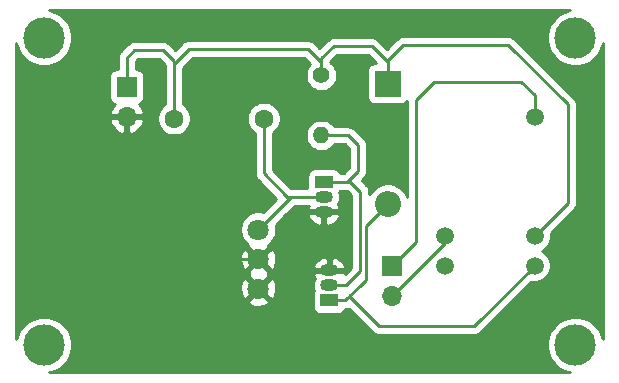
<source format=gbr>
%TF.GenerationSoftware,KiCad,Pcbnew,(5.1.12)-1*%
%TF.CreationDate,2023-08-22T11:28:01+05:30*%
%TF.ProjectId,auto street,6175746f-2073-4747-9265-65742e6b6963,rev?*%
%TF.SameCoordinates,Original*%
%TF.FileFunction,Copper,L2,Bot*%
%TF.FilePolarity,Positive*%
%FSLAX46Y46*%
G04 Gerber Fmt 4.6, Leading zero omitted, Abs format (unit mm)*
G04 Created by KiCad (PCBNEW (5.1.12)-1) date 2023-08-22 11:28:01*
%MOMM*%
%LPD*%
G01*
G04 APERTURE LIST*
%TA.AperFunction,ComponentPad*%
%ADD10C,1.800000*%
%TD*%
%TA.AperFunction,ComponentPad*%
%ADD11O,1.400000X1.400000*%
%TD*%
%TA.AperFunction,ComponentPad*%
%ADD12C,1.400000*%
%TD*%
%TA.AperFunction,ComponentPad*%
%ADD13C,1.600000*%
%TD*%
%TA.AperFunction,ComponentPad*%
%ADD14R,1.500000X1.050000*%
%TD*%
%TA.AperFunction,ComponentPad*%
%ADD15O,1.500000X1.050000*%
%TD*%
%TA.AperFunction,ComponentPad*%
%ADD16C,1.508000*%
%TD*%
%TA.AperFunction,ComponentPad*%
%ADD17O,1.700000X1.700000*%
%TD*%
%TA.AperFunction,ComponentPad*%
%ADD18R,1.700000X1.700000*%
%TD*%
%TA.AperFunction,ComponentPad*%
%ADD19O,2.200000X2.200000*%
%TD*%
%TA.AperFunction,ComponentPad*%
%ADD20R,2.200000X2.200000*%
%TD*%
%TA.AperFunction,ViaPad*%
%ADD21C,3.500000*%
%TD*%
%TA.AperFunction,Conductor*%
%ADD22C,0.250000*%
%TD*%
%TA.AperFunction,Conductor*%
%ADD23C,0.254000*%
%TD*%
%TA.AperFunction,Conductor*%
%ADD24C,0.100000*%
%TD*%
G04 APERTURE END LIST*
D10*
%TO.P,RV1,1*%
%TO.N,Net-(Q1-Pad2)*%
X213150000Y-124250000D03*
%TO.P,RV1,2*%
%TO.N,GND*%
X213150000Y-126750000D03*
%TO.P,RV1,3*%
X213150000Y-129250000D03*
%TD*%
D11*
%TO.P,R2,2*%
%TO.N,Net-(Q1-Pad1)*%
X218500000Y-116280000D03*
D12*
%TO.P,R2,1*%
%TO.N,VCC*%
X218500000Y-111200000D03*
%TD*%
D13*
%TO.P,R1,2*%
%TO.N,Net-(Q1-Pad2)*%
X213600000Y-114850000D03*
%TO.P,R1,1*%
%TO.N,VCC*%
X206000000Y-114850000D03*
%TD*%
D14*
%TO.P,Q2,1*%
%TO.N,Net-(D1-Pad2)*%
X219150000Y-130250000D03*
D15*
%TO.P,Q2,3*%
%TO.N,GND*%
X219150000Y-127710000D03*
%TO.P,Q2,2*%
%TO.N,Net-(Q1-Pad1)*%
X219150000Y-128980000D03*
%TD*%
D14*
%TO.P,Q1,1*%
%TO.N,Net-(Q1-Pad1)*%
X218700000Y-120200000D03*
D15*
%TO.P,Q1,3*%
%TO.N,GND*%
X218700000Y-122740000D03*
%TO.P,Q1,2*%
%TO.N,Net-(Q1-Pad2)*%
X218700000Y-121470000D03*
%TD*%
D16*
%TO.P,K1,12*%
%TO.N,Net-(K1-Pad12)*%
X228950000Y-127300000D03*
%TO.P,K1,14*%
%TO.N,Net-(J1-Pad2)*%
X228950000Y-124800000D03*
%TO.P,K1,A1*%
%TO.N,Net-(D1-Pad2)*%
X236550000Y-127300000D03*
%TO.P,K1,A2*%
%TO.N,VCC*%
X236550000Y-124800000D03*
%TO.P,K1,11*%
%TO.N,Net-(J1-Pad1)*%
X236550000Y-114700000D03*
%TD*%
D17*
%TO.P,J1,2*%
%TO.N,Net-(J1-Pad2)*%
X224500000Y-129840000D03*
D18*
%TO.P,J1,1*%
%TO.N,Net-(J1-Pad1)*%
X224500000Y-127300000D03*
%TD*%
D19*
%TO.P,D1,2*%
%TO.N,Net-(D1-Pad2)*%
X224100000Y-122060000D03*
D20*
%TO.P,D1,1*%
%TO.N,VCC*%
X224100000Y-111900000D03*
%TD*%
D17*
%TO.P,BT1,2*%
%TO.N,GND*%
X202000000Y-114690000D03*
D18*
%TO.P,BT1,1*%
%TO.N,VCC*%
X202000000Y-112150000D03*
%TD*%
D21*
%TO.N,*%
X240000000Y-108000000D03*
X240000000Y-134000000D03*
X195000000Y-134000000D03*
X195000000Y-108000000D03*
%TD*%
D22*
%TO.N,VCC*%
X218500000Y-111200000D02*
X218500000Y-109750000D01*
X218500000Y-109750000D02*
X219525000Y-108725000D01*
X219525000Y-108725000D02*
X222750000Y-108725000D01*
X224100000Y-110075000D02*
X224100000Y-111900000D01*
X222750000Y-108725000D02*
X224100000Y-110075000D01*
X218500000Y-111200000D02*
X218500000Y-110100000D01*
X218500000Y-110100000D02*
X217350000Y-108950000D01*
X207275000Y-108950000D02*
X206000000Y-110225000D01*
X217350000Y-108950000D02*
X207275000Y-108950000D01*
X206000000Y-110225000D02*
X206000000Y-114850000D01*
X239350000Y-122000000D02*
X236550000Y-124800000D01*
X239350000Y-113650000D02*
X239350000Y-122000000D01*
X225400000Y-108625000D02*
X234325000Y-108625000D01*
X234325000Y-108625000D02*
X239350000Y-113650000D01*
X224100000Y-109925000D02*
X225400000Y-108625000D01*
X224100000Y-111900000D02*
X224100000Y-109925000D01*
X206000000Y-109975000D02*
X206000000Y-110225000D01*
X205100000Y-109075000D02*
X206000000Y-109975000D01*
X202000000Y-109700000D02*
X202625000Y-109075000D01*
X202000000Y-111650000D02*
X202000000Y-109700000D01*
X202625000Y-109075000D02*
X205100000Y-109075000D01*
X201500000Y-112150000D02*
X202000000Y-111650000D01*
%TO.N,Net-(D1-Pad2)*%
X220500000Y-130250000D02*
X219150000Y-130250000D01*
X221925000Y-128825000D02*
X220500000Y-130250000D01*
X224100000Y-122060000D02*
X222250011Y-123909989D01*
X222250011Y-123909989D02*
X222250011Y-128499989D01*
X222250011Y-128499989D02*
X221925000Y-128825000D01*
X231425000Y-132425000D02*
X236550000Y-127300000D01*
X223355000Y-132425000D02*
X231425000Y-132425000D01*
X220840000Y-129910000D02*
X223355000Y-132425000D01*
X221925000Y-128825000D02*
X220840000Y-129910000D01*
%TO.N,Net-(J1-Pad2)*%
X228950000Y-125390000D02*
X228950000Y-124800000D01*
X224500000Y-129840000D02*
X228950000Y-125390000D01*
%TO.N,Net-(J1-Pad1)*%
X226500000Y-125300000D02*
X224500000Y-127300000D01*
X228030000Y-111760000D02*
X226500000Y-113290000D01*
X235435000Y-111760000D02*
X228030000Y-111760000D01*
X236550000Y-112875000D02*
X235435000Y-111760000D01*
X226500000Y-113290000D02*
X226500000Y-125300000D01*
X236550000Y-114700000D02*
X236550000Y-112875000D01*
%TO.N,Net-(Q1-Pad1)*%
X219600000Y-120200000D02*
X218700000Y-120200000D01*
X219925000Y-120200000D02*
X219600000Y-120200000D01*
X220700000Y-120200000D02*
X219600000Y-120200000D01*
X220949980Y-120200000D02*
X220700000Y-120200000D01*
X221800000Y-121050020D02*
X220949980Y-120200000D01*
X221800000Y-127800000D02*
X221800000Y-121050020D01*
X220620000Y-128980000D02*
X221800000Y-127800000D01*
X219150000Y-128980000D02*
X220620000Y-128980000D01*
X221600000Y-119300000D02*
X220700000Y-120200000D01*
X221600000Y-117100000D02*
X221600000Y-119300000D01*
X220780000Y-116280000D02*
X221600000Y-117100000D01*
X218500000Y-116280000D02*
X220780000Y-116280000D01*
%TO.N,GND*%
X211475000Y-126750000D02*
X213150000Y-126750000D01*
X208975000Y-121025000D02*
X210800000Y-122850000D01*
X205150000Y-121025000D02*
X208975000Y-121025000D01*
X202000000Y-117875000D02*
X205150000Y-121025000D01*
X210800000Y-126075000D02*
X211475000Y-126750000D01*
X202000000Y-115190000D02*
X202000000Y-117875000D01*
X210800000Y-122850000D02*
X210800000Y-126075000D01*
X201500000Y-114690000D02*
X202000000Y-115190000D01*
%TO.N,Net-(Q1-Pad2)*%
X215930000Y-121470000D02*
X218700000Y-121470000D01*
X213600000Y-114850000D02*
X213600000Y-119500000D01*
X215750000Y-121650000D02*
X215930000Y-121470000D01*
X213150000Y-124250000D02*
X215750000Y-121650000D01*
X215570000Y-121470000D02*
X213600000Y-119500000D01*
X218700000Y-121470000D02*
X215570000Y-121470000D01*
%TD*%
D23*
%TO.N,GND*%
X239304321Y-105706654D02*
X238870279Y-105886440D01*
X238479651Y-106147450D01*
X238147450Y-106479651D01*
X237886440Y-106870279D01*
X237706654Y-107304321D01*
X237615000Y-107765098D01*
X237615000Y-108234902D01*
X237706654Y-108695679D01*
X237886440Y-109129721D01*
X238147450Y-109520349D01*
X238479651Y-109852550D01*
X238870279Y-110113560D01*
X239304321Y-110293346D01*
X239765098Y-110385000D01*
X240234902Y-110385000D01*
X240695679Y-110293346D01*
X241129721Y-110113560D01*
X241520349Y-109852550D01*
X241852550Y-109520349D01*
X242113560Y-109129721D01*
X242293346Y-108695679D01*
X242340001Y-108461128D01*
X242340000Y-133538867D01*
X242293346Y-133304321D01*
X242113560Y-132870279D01*
X241852550Y-132479651D01*
X241520349Y-132147450D01*
X241129721Y-131886440D01*
X240695679Y-131706654D01*
X240234902Y-131615000D01*
X239765098Y-131615000D01*
X239304321Y-131706654D01*
X238870279Y-131886440D01*
X238479651Y-132147450D01*
X238147450Y-132479651D01*
X237886440Y-132870279D01*
X237706654Y-133304321D01*
X237615000Y-133765098D01*
X237615000Y-134234902D01*
X237706654Y-134695679D01*
X237886440Y-135129721D01*
X238147450Y-135520349D01*
X238479651Y-135852550D01*
X238870279Y-136113560D01*
X239304321Y-136293346D01*
X239538867Y-136340000D01*
X195461133Y-136340000D01*
X195695679Y-136293346D01*
X196129721Y-136113560D01*
X196520349Y-135852550D01*
X196852550Y-135520349D01*
X197113560Y-135129721D01*
X197293346Y-134695679D01*
X197385000Y-134234902D01*
X197385000Y-133765098D01*
X197293346Y-133304321D01*
X197113560Y-132870279D01*
X196852550Y-132479651D01*
X196520349Y-132147450D01*
X196129721Y-131886440D01*
X195695679Y-131706654D01*
X195234902Y-131615000D01*
X194765098Y-131615000D01*
X194304321Y-131706654D01*
X193870279Y-131886440D01*
X193479651Y-132147450D01*
X193147450Y-132479651D01*
X192886440Y-132870279D01*
X192706654Y-133304321D01*
X192660000Y-133538867D01*
X192660000Y-130314080D01*
X212265525Y-130314080D01*
X212349208Y-130568261D01*
X212621775Y-130699158D01*
X212914642Y-130774365D01*
X213216553Y-130790991D01*
X213515907Y-130748397D01*
X213801199Y-130648222D01*
X213950792Y-130568261D01*
X214034475Y-130314080D01*
X213150000Y-129429605D01*
X212265525Y-130314080D01*
X192660000Y-130314080D01*
X192660000Y-129316553D01*
X211609009Y-129316553D01*
X211651603Y-129615907D01*
X211751778Y-129901199D01*
X211831739Y-130050792D01*
X212085920Y-130134475D01*
X212970395Y-129250000D01*
X213329605Y-129250000D01*
X214214080Y-130134475D01*
X214468261Y-130050792D01*
X214599158Y-129778225D01*
X214674365Y-129485358D01*
X214690991Y-129183447D01*
X214648397Y-128884093D01*
X214548222Y-128598801D01*
X214468261Y-128449208D01*
X214214080Y-128365525D01*
X213329605Y-129250000D01*
X212970395Y-129250000D01*
X212085920Y-128365525D01*
X211831739Y-128449208D01*
X211700842Y-128721775D01*
X211625635Y-129014642D01*
X211609009Y-129316553D01*
X192660000Y-129316553D01*
X192660000Y-127814080D01*
X212265525Y-127814080D01*
X212326735Y-128000000D01*
X212265525Y-128185920D01*
X213150000Y-129070395D01*
X214034475Y-128185920D01*
X213973265Y-128000000D01*
X214034475Y-127814080D01*
X213150000Y-126929605D01*
X212265525Y-127814080D01*
X192660000Y-127814080D01*
X192660000Y-126816553D01*
X211609009Y-126816553D01*
X211651603Y-127115907D01*
X211751778Y-127401199D01*
X211831739Y-127550792D01*
X212085920Y-127634475D01*
X212970395Y-126750000D01*
X213329605Y-126750000D01*
X214214080Y-127634475D01*
X214468261Y-127550792D01*
X214538664Y-127404190D01*
X217806036Y-127404190D01*
X217931837Y-127583000D01*
X219023000Y-127583000D01*
X219023000Y-126703402D01*
X219277000Y-126703402D01*
X219277000Y-127583000D01*
X220368163Y-127583000D01*
X220493964Y-127404190D01*
X220485272Y-127342663D01*
X220392275Y-127133118D01*
X220260184Y-126945742D01*
X220094076Y-126787736D01*
X219900334Y-126665172D01*
X219686404Y-126582761D01*
X219460507Y-126543669D01*
X219277000Y-126703402D01*
X219023000Y-126703402D01*
X218839493Y-126543669D01*
X218613596Y-126582761D01*
X218399666Y-126665172D01*
X218205924Y-126787736D01*
X218039816Y-126945742D01*
X217907725Y-127133118D01*
X217814728Y-127342663D01*
X217806036Y-127404190D01*
X214538664Y-127404190D01*
X214599158Y-127278225D01*
X214674365Y-126985358D01*
X214690991Y-126683447D01*
X214648397Y-126384093D01*
X214548222Y-126098801D01*
X214468261Y-125949208D01*
X214214080Y-125865525D01*
X213329605Y-126750000D01*
X212970395Y-126750000D01*
X212085920Y-125865525D01*
X211831739Y-125949208D01*
X211700842Y-126221775D01*
X211625635Y-126514642D01*
X211609009Y-126816553D01*
X192660000Y-126816553D01*
X192660000Y-115046890D01*
X200558524Y-115046890D01*
X200603175Y-115194099D01*
X200728359Y-115456920D01*
X200902412Y-115690269D01*
X201118645Y-115885178D01*
X201368748Y-116034157D01*
X201643109Y-116131481D01*
X201873000Y-116010814D01*
X201873000Y-114817000D01*
X202127000Y-114817000D01*
X202127000Y-116010814D01*
X202356891Y-116131481D01*
X202631252Y-116034157D01*
X202881355Y-115885178D01*
X203097588Y-115690269D01*
X203271641Y-115456920D01*
X203396825Y-115194099D01*
X203441476Y-115046890D01*
X203320155Y-114817000D01*
X202127000Y-114817000D01*
X201873000Y-114817000D01*
X200679845Y-114817000D01*
X200558524Y-115046890D01*
X192660000Y-115046890D01*
X192660000Y-111300000D01*
X200511928Y-111300000D01*
X200511928Y-113000000D01*
X200524188Y-113124482D01*
X200560498Y-113244180D01*
X200619463Y-113354494D01*
X200698815Y-113451185D01*
X200795506Y-113530537D01*
X200905820Y-113589502D01*
X200986466Y-113613966D01*
X200902412Y-113689731D01*
X200728359Y-113923080D01*
X200603175Y-114185901D01*
X200558524Y-114333110D01*
X200679845Y-114563000D01*
X201873000Y-114563000D01*
X201873000Y-114543000D01*
X202127000Y-114543000D01*
X202127000Y-114563000D01*
X203320155Y-114563000D01*
X203441476Y-114333110D01*
X203396825Y-114185901D01*
X203271641Y-113923080D01*
X203097588Y-113689731D01*
X203013534Y-113613966D01*
X203094180Y-113589502D01*
X203204494Y-113530537D01*
X203301185Y-113451185D01*
X203380537Y-113354494D01*
X203439502Y-113244180D01*
X203475812Y-113124482D01*
X203488072Y-113000000D01*
X203488072Y-111300000D01*
X203475812Y-111175518D01*
X203439502Y-111055820D01*
X203380537Y-110945506D01*
X203301185Y-110848815D01*
X203204494Y-110769463D01*
X203094180Y-110710498D01*
X202974482Y-110674188D01*
X202850000Y-110661928D01*
X202760000Y-110661928D01*
X202760000Y-110014802D01*
X202939802Y-109835000D01*
X204785199Y-109835000D01*
X205240000Y-110289802D01*
X205240001Y-113631956D01*
X205085241Y-113735363D01*
X204885363Y-113935241D01*
X204728320Y-114170273D01*
X204620147Y-114431426D01*
X204565000Y-114708665D01*
X204565000Y-114991335D01*
X204620147Y-115268574D01*
X204728320Y-115529727D01*
X204885363Y-115764759D01*
X205085241Y-115964637D01*
X205320273Y-116121680D01*
X205581426Y-116229853D01*
X205858665Y-116285000D01*
X206141335Y-116285000D01*
X206418574Y-116229853D01*
X206679727Y-116121680D01*
X206914759Y-115964637D01*
X207114637Y-115764759D01*
X207271680Y-115529727D01*
X207379853Y-115268574D01*
X207435000Y-114991335D01*
X207435000Y-114708665D01*
X207379853Y-114431426D01*
X207271680Y-114170273D01*
X207114637Y-113935241D01*
X206914759Y-113735363D01*
X206760000Y-113631957D01*
X206760000Y-110539801D01*
X207589802Y-109710000D01*
X217035199Y-109710000D01*
X217568612Y-110243413D01*
X217463038Y-110348987D01*
X217316939Y-110567641D01*
X217216304Y-110810595D01*
X217165000Y-111068514D01*
X217165000Y-111331486D01*
X217216304Y-111589405D01*
X217316939Y-111832359D01*
X217463038Y-112051013D01*
X217648987Y-112236962D01*
X217867641Y-112383061D01*
X218110595Y-112483696D01*
X218368514Y-112535000D01*
X218631486Y-112535000D01*
X218889405Y-112483696D01*
X219132359Y-112383061D01*
X219351013Y-112236962D01*
X219536962Y-112051013D01*
X219683061Y-111832359D01*
X219783696Y-111589405D01*
X219835000Y-111331486D01*
X219835000Y-111068514D01*
X219783696Y-110810595D01*
X219683061Y-110567641D01*
X219536962Y-110348987D01*
X219351013Y-110163038D01*
X219263244Y-110104393D01*
X219263677Y-110100000D01*
X219260191Y-110064610D01*
X219839802Y-109485000D01*
X222435199Y-109485000D01*
X223112126Y-110161928D01*
X223000000Y-110161928D01*
X222875518Y-110174188D01*
X222755820Y-110210498D01*
X222645506Y-110269463D01*
X222548815Y-110348815D01*
X222469463Y-110445506D01*
X222410498Y-110555820D01*
X222374188Y-110675518D01*
X222361928Y-110800000D01*
X222361928Y-113000000D01*
X222374188Y-113124482D01*
X222410498Y-113244180D01*
X222469463Y-113354494D01*
X222548815Y-113451185D01*
X222645506Y-113530537D01*
X222755820Y-113589502D01*
X222875518Y-113625812D01*
X223000000Y-113638072D01*
X225200000Y-113638072D01*
X225324482Y-113625812D01*
X225444180Y-113589502D01*
X225554494Y-113530537D01*
X225651185Y-113451185D01*
X225730537Y-113354494D01*
X225740000Y-113336790D01*
X225740001Y-121485538D01*
X225637537Y-121238169D01*
X225447663Y-120954002D01*
X225205998Y-120712337D01*
X224921831Y-120522463D01*
X224606081Y-120391675D01*
X224270883Y-120325000D01*
X223929117Y-120325000D01*
X223593919Y-120391675D01*
X223278169Y-120522463D01*
X222994002Y-120712337D01*
X222752337Y-120954002D01*
X222562463Y-121238169D01*
X222560000Y-121244115D01*
X222560000Y-121087343D01*
X222563676Y-121050020D01*
X222560000Y-121012697D01*
X222560000Y-121012687D01*
X222549003Y-120901034D01*
X222505546Y-120757773D01*
X222434974Y-120625744D01*
X222340001Y-120510019D01*
X222311003Y-120486221D01*
X221899792Y-120075010D01*
X222111003Y-119863799D01*
X222140001Y-119840001D01*
X222234974Y-119724276D01*
X222305546Y-119592247D01*
X222349003Y-119448986D01*
X222360000Y-119337333D01*
X222360000Y-119337324D01*
X222363676Y-119300001D01*
X222360000Y-119262678D01*
X222360000Y-117137322D01*
X222363676Y-117099999D01*
X222360000Y-117062676D01*
X222360000Y-117062667D01*
X222349003Y-116951014D01*
X222305546Y-116807753D01*
X222234975Y-116675725D01*
X222234974Y-116675723D01*
X222163799Y-116588997D01*
X222140001Y-116559999D01*
X222111004Y-116536202D01*
X221343803Y-115769002D01*
X221320001Y-115739999D01*
X221204276Y-115645026D01*
X221072247Y-115574454D01*
X220928986Y-115530997D01*
X220817333Y-115520000D01*
X220817322Y-115520000D01*
X220780000Y-115516324D01*
X220742678Y-115520000D01*
X219597775Y-115520000D01*
X219536962Y-115428987D01*
X219351013Y-115243038D01*
X219132359Y-115096939D01*
X218889405Y-114996304D01*
X218631486Y-114945000D01*
X218368514Y-114945000D01*
X218110595Y-114996304D01*
X217867641Y-115096939D01*
X217648987Y-115243038D01*
X217463038Y-115428987D01*
X217316939Y-115647641D01*
X217216304Y-115890595D01*
X217165000Y-116148514D01*
X217165000Y-116411486D01*
X217216304Y-116669405D01*
X217316939Y-116912359D01*
X217463038Y-117131013D01*
X217648987Y-117316962D01*
X217867641Y-117463061D01*
X218110595Y-117563696D01*
X218368514Y-117615000D01*
X218631486Y-117615000D01*
X218889405Y-117563696D01*
X219132359Y-117463061D01*
X219351013Y-117316962D01*
X219536962Y-117131013D01*
X219597775Y-117040000D01*
X220465199Y-117040000D01*
X220840000Y-117414802D01*
X220840001Y-118985197D01*
X220385199Y-119440000D01*
X220042287Y-119440000D01*
X220039502Y-119430820D01*
X219980537Y-119320506D01*
X219901185Y-119223815D01*
X219804494Y-119144463D01*
X219694180Y-119085498D01*
X219574482Y-119049188D01*
X219450000Y-119036928D01*
X217950000Y-119036928D01*
X217825518Y-119049188D01*
X217705820Y-119085498D01*
X217595506Y-119144463D01*
X217498815Y-119223815D01*
X217419463Y-119320506D01*
X217360498Y-119430820D01*
X217324188Y-119550518D01*
X217311928Y-119675000D01*
X217311928Y-120710000D01*
X215967322Y-120710000D01*
X215929999Y-120706324D01*
X215892676Y-120710000D01*
X215884802Y-120710000D01*
X214360000Y-119185199D01*
X214360000Y-116068043D01*
X214514759Y-115964637D01*
X214714637Y-115764759D01*
X214871680Y-115529727D01*
X214979853Y-115268574D01*
X215035000Y-114991335D01*
X215035000Y-114708665D01*
X214979853Y-114431426D01*
X214871680Y-114170273D01*
X214714637Y-113935241D01*
X214514759Y-113735363D01*
X214279727Y-113578320D01*
X214018574Y-113470147D01*
X213741335Y-113415000D01*
X213458665Y-113415000D01*
X213181426Y-113470147D01*
X212920273Y-113578320D01*
X212685241Y-113735363D01*
X212485363Y-113935241D01*
X212328320Y-114170273D01*
X212220147Y-114431426D01*
X212165000Y-114708665D01*
X212165000Y-114991335D01*
X212220147Y-115268574D01*
X212328320Y-115529727D01*
X212485363Y-115764759D01*
X212685241Y-115964637D01*
X212840000Y-116068044D01*
X212840001Y-119462668D01*
X212836324Y-119500000D01*
X212850998Y-119648985D01*
X212894454Y-119792246D01*
X212965026Y-119924276D01*
X213036201Y-120011002D01*
X213060000Y-120040001D01*
X213088998Y-120063799D01*
X214675198Y-121650000D01*
X213558930Y-122766269D01*
X213301184Y-122715000D01*
X212998816Y-122715000D01*
X212702257Y-122773989D01*
X212422905Y-122889701D01*
X212171495Y-123057688D01*
X211957688Y-123271495D01*
X211789701Y-123522905D01*
X211673989Y-123802257D01*
X211615000Y-124098816D01*
X211615000Y-124401184D01*
X211673989Y-124697743D01*
X211789701Y-124977095D01*
X211957688Y-125228505D01*
X212171495Y-125442312D01*
X212314310Y-125537738D01*
X212265525Y-125685920D01*
X213150000Y-126570395D01*
X214034475Y-125685920D01*
X213985690Y-125537738D01*
X214128505Y-125442312D01*
X214342312Y-125228505D01*
X214510299Y-124977095D01*
X214626011Y-124697743D01*
X214685000Y-124401184D01*
X214685000Y-124098816D01*
X214633731Y-123841070D01*
X215428991Y-123045810D01*
X217356036Y-123045810D01*
X217364728Y-123107337D01*
X217457725Y-123316882D01*
X217589816Y-123504258D01*
X217755924Y-123662264D01*
X217949666Y-123784828D01*
X218163596Y-123867239D01*
X218389493Y-123906331D01*
X218573000Y-123746598D01*
X218573000Y-122867000D01*
X218827000Y-122867000D01*
X218827000Y-123746598D01*
X219010507Y-123906331D01*
X219236404Y-123867239D01*
X219450334Y-123784828D01*
X219644076Y-123662264D01*
X219810184Y-123504258D01*
X219942275Y-123316882D01*
X220035272Y-123107337D01*
X220043964Y-123045810D01*
X219918163Y-122867000D01*
X218827000Y-122867000D01*
X218573000Y-122867000D01*
X217481837Y-122867000D01*
X217356036Y-123045810D01*
X215428991Y-123045810D01*
X216244802Y-122230000D01*
X217428042Y-122230000D01*
X217364728Y-122372663D01*
X217356036Y-122434190D01*
X217481837Y-122613000D01*
X218246891Y-122613000D01*
X218247600Y-122613215D01*
X218418021Y-122630000D01*
X218981979Y-122630000D01*
X219152400Y-122613215D01*
X219153109Y-122613000D01*
X219918163Y-122613000D01*
X220043964Y-122434190D01*
X220035272Y-122372663D01*
X219942275Y-122163118D01*
X219901071Y-122104669D01*
X220001885Y-121916060D01*
X220068215Y-121697400D01*
X220090612Y-121470000D01*
X220068215Y-121242600D01*
X220004907Y-121033902D01*
X220039502Y-120969180D01*
X220042287Y-120960000D01*
X220635179Y-120960000D01*
X221040001Y-121364823D01*
X221040000Y-127485198D01*
X220491426Y-128033772D01*
X220493964Y-128015810D01*
X220368163Y-127837000D01*
X219603109Y-127837000D01*
X219602400Y-127836785D01*
X219431979Y-127820000D01*
X218868021Y-127820000D01*
X218697600Y-127836785D01*
X218696891Y-127837000D01*
X217931837Y-127837000D01*
X217806036Y-128015810D01*
X217814728Y-128077337D01*
X217907725Y-128286882D01*
X217948929Y-128345331D01*
X217848115Y-128533940D01*
X217781785Y-128752600D01*
X217759388Y-128980000D01*
X217781785Y-129207400D01*
X217845093Y-129416098D01*
X217810498Y-129480820D01*
X217774188Y-129600518D01*
X217761928Y-129725000D01*
X217761928Y-130775000D01*
X217774188Y-130899482D01*
X217810498Y-131019180D01*
X217869463Y-131129494D01*
X217948815Y-131226185D01*
X218045506Y-131305537D01*
X218155820Y-131364502D01*
X218275518Y-131400812D01*
X218400000Y-131413072D01*
X219900000Y-131413072D01*
X220024482Y-131400812D01*
X220144180Y-131364502D01*
X220254494Y-131305537D01*
X220351185Y-131226185D01*
X220430537Y-131129494D01*
X220489502Y-131019180D01*
X220491428Y-131012832D01*
X220500000Y-131013676D01*
X220537322Y-131010000D01*
X220537333Y-131010000D01*
X220648986Y-130999003D01*
X220792247Y-130955546D01*
X220804301Y-130949103D01*
X222791201Y-132936003D01*
X222814999Y-132965001D01*
X222843997Y-132988799D01*
X222930723Y-133059974D01*
X223062753Y-133130546D01*
X223206014Y-133174003D01*
X223317667Y-133185000D01*
X223317676Y-133185000D01*
X223354999Y-133188676D01*
X223392322Y-133185000D01*
X231387678Y-133185000D01*
X231425000Y-133188676D01*
X231462322Y-133185000D01*
X231462333Y-133185000D01*
X231573986Y-133174003D01*
X231717247Y-133130546D01*
X231849276Y-133059974D01*
X231965001Y-132965001D01*
X231988804Y-132935997D01*
X236265233Y-128659569D01*
X236413195Y-128689000D01*
X236686805Y-128689000D01*
X236955156Y-128635622D01*
X237207938Y-128530916D01*
X237435436Y-128378907D01*
X237628907Y-128185436D01*
X237780916Y-127957938D01*
X237885622Y-127705156D01*
X237939000Y-127436805D01*
X237939000Y-127163195D01*
X237885622Y-126894844D01*
X237780916Y-126642062D01*
X237628907Y-126414564D01*
X237435436Y-126221093D01*
X237207938Y-126069084D01*
X237161865Y-126050000D01*
X237207938Y-126030916D01*
X237435436Y-125878907D01*
X237628907Y-125685436D01*
X237780916Y-125457938D01*
X237885622Y-125205156D01*
X237939000Y-124936805D01*
X237939000Y-124663195D01*
X237909569Y-124515233D01*
X239861003Y-122563799D01*
X239890001Y-122540001D01*
X239916332Y-122507917D01*
X239984974Y-122424277D01*
X240055546Y-122292247D01*
X240074428Y-122230000D01*
X240099003Y-122148986D01*
X240110000Y-122037333D01*
X240110000Y-122037323D01*
X240113676Y-122000000D01*
X240110000Y-121962677D01*
X240110000Y-113687322D01*
X240113676Y-113649999D01*
X240110000Y-113612676D01*
X240110000Y-113612667D01*
X240099003Y-113501014D01*
X240055546Y-113357753D01*
X240019331Y-113290000D01*
X239984974Y-113225723D01*
X239913799Y-113138997D01*
X239890001Y-113109999D01*
X239861004Y-113086202D01*
X234888804Y-108114003D01*
X234865001Y-108084999D01*
X234749276Y-107990026D01*
X234617247Y-107919454D01*
X234473986Y-107875997D01*
X234362333Y-107865000D01*
X234362322Y-107865000D01*
X234325000Y-107861324D01*
X234287678Y-107865000D01*
X225437325Y-107865000D01*
X225400000Y-107861324D01*
X225362675Y-107865000D01*
X225362667Y-107865000D01*
X225251014Y-107875997D01*
X225107753Y-107919454D01*
X224975724Y-107990026D01*
X224859999Y-108084999D01*
X224836201Y-108113997D01*
X224025000Y-108925199D01*
X223313804Y-108214003D01*
X223290001Y-108184999D01*
X223174276Y-108090026D01*
X223042247Y-108019454D01*
X222898986Y-107975997D01*
X222787333Y-107965000D01*
X222787322Y-107965000D01*
X222750000Y-107961324D01*
X222712678Y-107965000D01*
X219562323Y-107965000D01*
X219525000Y-107961324D01*
X219487677Y-107965000D01*
X219487667Y-107965000D01*
X219376014Y-107975997D01*
X219232753Y-108019454D01*
X219100723Y-108090026D01*
X219017083Y-108158668D01*
X218984999Y-108184999D01*
X218961201Y-108213997D01*
X218325000Y-108850199D01*
X217913804Y-108439003D01*
X217890001Y-108409999D01*
X217774276Y-108315026D01*
X217642247Y-108244454D01*
X217498986Y-108200997D01*
X217387333Y-108190000D01*
X217387322Y-108190000D01*
X217350000Y-108186324D01*
X217312678Y-108190000D01*
X207312322Y-108190000D01*
X207274999Y-108186324D01*
X207237676Y-108190000D01*
X207237667Y-108190000D01*
X207126014Y-108200997D01*
X206982753Y-108244454D01*
X206850724Y-108315026D01*
X206734999Y-108409999D01*
X206711201Y-108438997D01*
X206125000Y-109025198D01*
X205663803Y-108564002D01*
X205640001Y-108534999D01*
X205524276Y-108440026D01*
X205392247Y-108369454D01*
X205248986Y-108325997D01*
X205137333Y-108315000D01*
X205137322Y-108315000D01*
X205100000Y-108311324D01*
X205062678Y-108315000D01*
X202662322Y-108315000D01*
X202624999Y-108311324D01*
X202587676Y-108315000D01*
X202587667Y-108315000D01*
X202476014Y-108325997D01*
X202332753Y-108369454D01*
X202200724Y-108440026D01*
X202200722Y-108440027D01*
X202200723Y-108440027D01*
X202113996Y-108511201D01*
X202113992Y-108511205D01*
X202084999Y-108534999D01*
X202061205Y-108563992D01*
X201488997Y-109136202D01*
X201460000Y-109159999D01*
X201436202Y-109188997D01*
X201436201Y-109188998D01*
X201365026Y-109275724D01*
X201294454Y-109407754D01*
X201273754Y-109475997D01*
X201251087Y-109550723D01*
X201250998Y-109551015D01*
X201236324Y-109700000D01*
X201240001Y-109737332D01*
X201240001Y-110661928D01*
X201150000Y-110661928D01*
X201025518Y-110674188D01*
X200905820Y-110710498D01*
X200795506Y-110769463D01*
X200698815Y-110848815D01*
X200619463Y-110945506D01*
X200560498Y-111055820D01*
X200524188Y-111175518D01*
X200511928Y-111300000D01*
X192660000Y-111300000D01*
X192660000Y-108461133D01*
X192706654Y-108695679D01*
X192886440Y-109129721D01*
X193147450Y-109520349D01*
X193479651Y-109852550D01*
X193870279Y-110113560D01*
X194304321Y-110293346D01*
X194765098Y-110385000D01*
X195234902Y-110385000D01*
X195695679Y-110293346D01*
X196129721Y-110113560D01*
X196520349Y-109852550D01*
X196852550Y-109520349D01*
X197113560Y-109129721D01*
X197293346Y-108695679D01*
X197385000Y-108234902D01*
X197385000Y-107765098D01*
X197293346Y-107304321D01*
X197113560Y-106870279D01*
X196852550Y-106479651D01*
X196520349Y-106147450D01*
X196129721Y-105886440D01*
X195695679Y-105706654D01*
X195461133Y-105660000D01*
X239538867Y-105660000D01*
X239304321Y-105706654D01*
%TA.AperFunction,Conductor*%
D24*
G36*
X239304321Y-105706654D02*
G01*
X238870279Y-105886440D01*
X238479651Y-106147450D01*
X238147450Y-106479651D01*
X237886440Y-106870279D01*
X237706654Y-107304321D01*
X237615000Y-107765098D01*
X237615000Y-108234902D01*
X237706654Y-108695679D01*
X237886440Y-109129721D01*
X238147450Y-109520349D01*
X238479651Y-109852550D01*
X238870279Y-110113560D01*
X239304321Y-110293346D01*
X239765098Y-110385000D01*
X240234902Y-110385000D01*
X240695679Y-110293346D01*
X241129721Y-110113560D01*
X241520349Y-109852550D01*
X241852550Y-109520349D01*
X242113560Y-109129721D01*
X242293346Y-108695679D01*
X242340001Y-108461128D01*
X242340000Y-133538867D01*
X242293346Y-133304321D01*
X242113560Y-132870279D01*
X241852550Y-132479651D01*
X241520349Y-132147450D01*
X241129721Y-131886440D01*
X240695679Y-131706654D01*
X240234902Y-131615000D01*
X239765098Y-131615000D01*
X239304321Y-131706654D01*
X238870279Y-131886440D01*
X238479651Y-132147450D01*
X238147450Y-132479651D01*
X237886440Y-132870279D01*
X237706654Y-133304321D01*
X237615000Y-133765098D01*
X237615000Y-134234902D01*
X237706654Y-134695679D01*
X237886440Y-135129721D01*
X238147450Y-135520349D01*
X238479651Y-135852550D01*
X238870279Y-136113560D01*
X239304321Y-136293346D01*
X239538867Y-136340000D01*
X195461133Y-136340000D01*
X195695679Y-136293346D01*
X196129721Y-136113560D01*
X196520349Y-135852550D01*
X196852550Y-135520349D01*
X197113560Y-135129721D01*
X197293346Y-134695679D01*
X197385000Y-134234902D01*
X197385000Y-133765098D01*
X197293346Y-133304321D01*
X197113560Y-132870279D01*
X196852550Y-132479651D01*
X196520349Y-132147450D01*
X196129721Y-131886440D01*
X195695679Y-131706654D01*
X195234902Y-131615000D01*
X194765098Y-131615000D01*
X194304321Y-131706654D01*
X193870279Y-131886440D01*
X193479651Y-132147450D01*
X193147450Y-132479651D01*
X192886440Y-132870279D01*
X192706654Y-133304321D01*
X192660000Y-133538867D01*
X192660000Y-130314080D01*
X212265525Y-130314080D01*
X212349208Y-130568261D01*
X212621775Y-130699158D01*
X212914642Y-130774365D01*
X213216553Y-130790991D01*
X213515907Y-130748397D01*
X213801199Y-130648222D01*
X213950792Y-130568261D01*
X214034475Y-130314080D01*
X213150000Y-129429605D01*
X212265525Y-130314080D01*
X192660000Y-130314080D01*
X192660000Y-129316553D01*
X211609009Y-129316553D01*
X211651603Y-129615907D01*
X211751778Y-129901199D01*
X211831739Y-130050792D01*
X212085920Y-130134475D01*
X212970395Y-129250000D01*
X213329605Y-129250000D01*
X214214080Y-130134475D01*
X214468261Y-130050792D01*
X214599158Y-129778225D01*
X214674365Y-129485358D01*
X214690991Y-129183447D01*
X214648397Y-128884093D01*
X214548222Y-128598801D01*
X214468261Y-128449208D01*
X214214080Y-128365525D01*
X213329605Y-129250000D01*
X212970395Y-129250000D01*
X212085920Y-128365525D01*
X211831739Y-128449208D01*
X211700842Y-128721775D01*
X211625635Y-129014642D01*
X211609009Y-129316553D01*
X192660000Y-129316553D01*
X192660000Y-127814080D01*
X212265525Y-127814080D01*
X212326735Y-128000000D01*
X212265525Y-128185920D01*
X213150000Y-129070395D01*
X214034475Y-128185920D01*
X213973265Y-128000000D01*
X214034475Y-127814080D01*
X213150000Y-126929605D01*
X212265525Y-127814080D01*
X192660000Y-127814080D01*
X192660000Y-126816553D01*
X211609009Y-126816553D01*
X211651603Y-127115907D01*
X211751778Y-127401199D01*
X211831739Y-127550792D01*
X212085920Y-127634475D01*
X212970395Y-126750000D01*
X213329605Y-126750000D01*
X214214080Y-127634475D01*
X214468261Y-127550792D01*
X214538664Y-127404190D01*
X217806036Y-127404190D01*
X217931837Y-127583000D01*
X219023000Y-127583000D01*
X219023000Y-126703402D01*
X219277000Y-126703402D01*
X219277000Y-127583000D01*
X220368163Y-127583000D01*
X220493964Y-127404190D01*
X220485272Y-127342663D01*
X220392275Y-127133118D01*
X220260184Y-126945742D01*
X220094076Y-126787736D01*
X219900334Y-126665172D01*
X219686404Y-126582761D01*
X219460507Y-126543669D01*
X219277000Y-126703402D01*
X219023000Y-126703402D01*
X218839493Y-126543669D01*
X218613596Y-126582761D01*
X218399666Y-126665172D01*
X218205924Y-126787736D01*
X218039816Y-126945742D01*
X217907725Y-127133118D01*
X217814728Y-127342663D01*
X217806036Y-127404190D01*
X214538664Y-127404190D01*
X214599158Y-127278225D01*
X214674365Y-126985358D01*
X214690991Y-126683447D01*
X214648397Y-126384093D01*
X214548222Y-126098801D01*
X214468261Y-125949208D01*
X214214080Y-125865525D01*
X213329605Y-126750000D01*
X212970395Y-126750000D01*
X212085920Y-125865525D01*
X211831739Y-125949208D01*
X211700842Y-126221775D01*
X211625635Y-126514642D01*
X211609009Y-126816553D01*
X192660000Y-126816553D01*
X192660000Y-115046890D01*
X200558524Y-115046890D01*
X200603175Y-115194099D01*
X200728359Y-115456920D01*
X200902412Y-115690269D01*
X201118645Y-115885178D01*
X201368748Y-116034157D01*
X201643109Y-116131481D01*
X201873000Y-116010814D01*
X201873000Y-114817000D01*
X202127000Y-114817000D01*
X202127000Y-116010814D01*
X202356891Y-116131481D01*
X202631252Y-116034157D01*
X202881355Y-115885178D01*
X203097588Y-115690269D01*
X203271641Y-115456920D01*
X203396825Y-115194099D01*
X203441476Y-115046890D01*
X203320155Y-114817000D01*
X202127000Y-114817000D01*
X201873000Y-114817000D01*
X200679845Y-114817000D01*
X200558524Y-115046890D01*
X192660000Y-115046890D01*
X192660000Y-111300000D01*
X200511928Y-111300000D01*
X200511928Y-113000000D01*
X200524188Y-113124482D01*
X200560498Y-113244180D01*
X200619463Y-113354494D01*
X200698815Y-113451185D01*
X200795506Y-113530537D01*
X200905820Y-113589502D01*
X200986466Y-113613966D01*
X200902412Y-113689731D01*
X200728359Y-113923080D01*
X200603175Y-114185901D01*
X200558524Y-114333110D01*
X200679845Y-114563000D01*
X201873000Y-114563000D01*
X201873000Y-114543000D01*
X202127000Y-114543000D01*
X202127000Y-114563000D01*
X203320155Y-114563000D01*
X203441476Y-114333110D01*
X203396825Y-114185901D01*
X203271641Y-113923080D01*
X203097588Y-113689731D01*
X203013534Y-113613966D01*
X203094180Y-113589502D01*
X203204494Y-113530537D01*
X203301185Y-113451185D01*
X203380537Y-113354494D01*
X203439502Y-113244180D01*
X203475812Y-113124482D01*
X203488072Y-113000000D01*
X203488072Y-111300000D01*
X203475812Y-111175518D01*
X203439502Y-111055820D01*
X203380537Y-110945506D01*
X203301185Y-110848815D01*
X203204494Y-110769463D01*
X203094180Y-110710498D01*
X202974482Y-110674188D01*
X202850000Y-110661928D01*
X202760000Y-110661928D01*
X202760000Y-110014802D01*
X202939802Y-109835000D01*
X204785199Y-109835000D01*
X205240000Y-110289802D01*
X205240001Y-113631956D01*
X205085241Y-113735363D01*
X204885363Y-113935241D01*
X204728320Y-114170273D01*
X204620147Y-114431426D01*
X204565000Y-114708665D01*
X204565000Y-114991335D01*
X204620147Y-115268574D01*
X204728320Y-115529727D01*
X204885363Y-115764759D01*
X205085241Y-115964637D01*
X205320273Y-116121680D01*
X205581426Y-116229853D01*
X205858665Y-116285000D01*
X206141335Y-116285000D01*
X206418574Y-116229853D01*
X206679727Y-116121680D01*
X206914759Y-115964637D01*
X207114637Y-115764759D01*
X207271680Y-115529727D01*
X207379853Y-115268574D01*
X207435000Y-114991335D01*
X207435000Y-114708665D01*
X207379853Y-114431426D01*
X207271680Y-114170273D01*
X207114637Y-113935241D01*
X206914759Y-113735363D01*
X206760000Y-113631957D01*
X206760000Y-110539801D01*
X207589802Y-109710000D01*
X217035199Y-109710000D01*
X217568612Y-110243413D01*
X217463038Y-110348987D01*
X217316939Y-110567641D01*
X217216304Y-110810595D01*
X217165000Y-111068514D01*
X217165000Y-111331486D01*
X217216304Y-111589405D01*
X217316939Y-111832359D01*
X217463038Y-112051013D01*
X217648987Y-112236962D01*
X217867641Y-112383061D01*
X218110595Y-112483696D01*
X218368514Y-112535000D01*
X218631486Y-112535000D01*
X218889405Y-112483696D01*
X219132359Y-112383061D01*
X219351013Y-112236962D01*
X219536962Y-112051013D01*
X219683061Y-111832359D01*
X219783696Y-111589405D01*
X219835000Y-111331486D01*
X219835000Y-111068514D01*
X219783696Y-110810595D01*
X219683061Y-110567641D01*
X219536962Y-110348987D01*
X219351013Y-110163038D01*
X219263244Y-110104393D01*
X219263677Y-110100000D01*
X219260191Y-110064610D01*
X219839802Y-109485000D01*
X222435199Y-109485000D01*
X223112126Y-110161928D01*
X223000000Y-110161928D01*
X222875518Y-110174188D01*
X222755820Y-110210498D01*
X222645506Y-110269463D01*
X222548815Y-110348815D01*
X222469463Y-110445506D01*
X222410498Y-110555820D01*
X222374188Y-110675518D01*
X222361928Y-110800000D01*
X222361928Y-113000000D01*
X222374188Y-113124482D01*
X222410498Y-113244180D01*
X222469463Y-113354494D01*
X222548815Y-113451185D01*
X222645506Y-113530537D01*
X222755820Y-113589502D01*
X222875518Y-113625812D01*
X223000000Y-113638072D01*
X225200000Y-113638072D01*
X225324482Y-113625812D01*
X225444180Y-113589502D01*
X225554494Y-113530537D01*
X225651185Y-113451185D01*
X225730537Y-113354494D01*
X225740000Y-113336790D01*
X225740001Y-121485538D01*
X225637537Y-121238169D01*
X225447663Y-120954002D01*
X225205998Y-120712337D01*
X224921831Y-120522463D01*
X224606081Y-120391675D01*
X224270883Y-120325000D01*
X223929117Y-120325000D01*
X223593919Y-120391675D01*
X223278169Y-120522463D01*
X222994002Y-120712337D01*
X222752337Y-120954002D01*
X222562463Y-121238169D01*
X222560000Y-121244115D01*
X222560000Y-121087343D01*
X222563676Y-121050020D01*
X222560000Y-121012697D01*
X222560000Y-121012687D01*
X222549003Y-120901034D01*
X222505546Y-120757773D01*
X222434974Y-120625744D01*
X222340001Y-120510019D01*
X222311003Y-120486221D01*
X221899792Y-120075010D01*
X222111003Y-119863799D01*
X222140001Y-119840001D01*
X222234974Y-119724276D01*
X222305546Y-119592247D01*
X222349003Y-119448986D01*
X222360000Y-119337333D01*
X222360000Y-119337324D01*
X222363676Y-119300001D01*
X222360000Y-119262678D01*
X222360000Y-117137322D01*
X222363676Y-117099999D01*
X222360000Y-117062676D01*
X222360000Y-117062667D01*
X222349003Y-116951014D01*
X222305546Y-116807753D01*
X222234975Y-116675725D01*
X222234974Y-116675723D01*
X222163799Y-116588997D01*
X222140001Y-116559999D01*
X222111004Y-116536202D01*
X221343803Y-115769002D01*
X221320001Y-115739999D01*
X221204276Y-115645026D01*
X221072247Y-115574454D01*
X220928986Y-115530997D01*
X220817333Y-115520000D01*
X220817322Y-115520000D01*
X220780000Y-115516324D01*
X220742678Y-115520000D01*
X219597775Y-115520000D01*
X219536962Y-115428987D01*
X219351013Y-115243038D01*
X219132359Y-115096939D01*
X218889405Y-114996304D01*
X218631486Y-114945000D01*
X218368514Y-114945000D01*
X218110595Y-114996304D01*
X217867641Y-115096939D01*
X217648987Y-115243038D01*
X217463038Y-115428987D01*
X217316939Y-115647641D01*
X217216304Y-115890595D01*
X217165000Y-116148514D01*
X217165000Y-116411486D01*
X217216304Y-116669405D01*
X217316939Y-116912359D01*
X217463038Y-117131013D01*
X217648987Y-117316962D01*
X217867641Y-117463061D01*
X218110595Y-117563696D01*
X218368514Y-117615000D01*
X218631486Y-117615000D01*
X218889405Y-117563696D01*
X219132359Y-117463061D01*
X219351013Y-117316962D01*
X219536962Y-117131013D01*
X219597775Y-117040000D01*
X220465199Y-117040000D01*
X220840000Y-117414802D01*
X220840001Y-118985197D01*
X220385199Y-119440000D01*
X220042287Y-119440000D01*
X220039502Y-119430820D01*
X219980537Y-119320506D01*
X219901185Y-119223815D01*
X219804494Y-119144463D01*
X219694180Y-119085498D01*
X219574482Y-119049188D01*
X219450000Y-119036928D01*
X217950000Y-119036928D01*
X217825518Y-119049188D01*
X217705820Y-119085498D01*
X217595506Y-119144463D01*
X217498815Y-119223815D01*
X217419463Y-119320506D01*
X217360498Y-119430820D01*
X217324188Y-119550518D01*
X217311928Y-119675000D01*
X217311928Y-120710000D01*
X215967322Y-120710000D01*
X215929999Y-120706324D01*
X215892676Y-120710000D01*
X215884802Y-120710000D01*
X214360000Y-119185199D01*
X214360000Y-116068043D01*
X214514759Y-115964637D01*
X214714637Y-115764759D01*
X214871680Y-115529727D01*
X214979853Y-115268574D01*
X215035000Y-114991335D01*
X215035000Y-114708665D01*
X214979853Y-114431426D01*
X214871680Y-114170273D01*
X214714637Y-113935241D01*
X214514759Y-113735363D01*
X214279727Y-113578320D01*
X214018574Y-113470147D01*
X213741335Y-113415000D01*
X213458665Y-113415000D01*
X213181426Y-113470147D01*
X212920273Y-113578320D01*
X212685241Y-113735363D01*
X212485363Y-113935241D01*
X212328320Y-114170273D01*
X212220147Y-114431426D01*
X212165000Y-114708665D01*
X212165000Y-114991335D01*
X212220147Y-115268574D01*
X212328320Y-115529727D01*
X212485363Y-115764759D01*
X212685241Y-115964637D01*
X212840000Y-116068044D01*
X212840001Y-119462668D01*
X212836324Y-119500000D01*
X212850998Y-119648985D01*
X212894454Y-119792246D01*
X212965026Y-119924276D01*
X213036201Y-120011002D01*
X213060000Y-120040001D01*
X213088998Y-120063799D01*
X214675198Y-121650000D01*
X213558930Y-122766269D01*
X213301184Y-122715000D01*
X212998816Y-122715000D01*
X212702257Y-122773989D01*
X212422905Y-122889701D01*
X212171495Y-123057688D01*
X211957688Y-123271495D01*
X211789701Y-123522905D01*
X211673989Y-123802257D01*
X211615000Y-124098816D01*
X211615000Y-124401184D01*
X211673989Y-124697743D01*
X211789701Y-124977095D01*
X211957688Y-125228505D01*
X212171495Y-125442312D01*
X212314310Y-125537738D01*
X212265525Y-125685920D01*
X213150000Y-126570395D01*
X214034475Y-125685920D01*
X213985690Y-125537738D01*
X214128505Y-125442312D01*
X214342312Y-125228505D01*
X214510299Y-124977095D01*
X214626011Y-124697743D01*
X214685000Y-124401184D01*
X214685000Y-124098816D01*
X214633731Y-123841070D01*
X215428991Y-123045810D01*
X217356036Y-123045810D01*
X217364728Y-123107337D01*
X217457725Y-123316882D01*
X217589816Y-123504258D01*
X217755924Y-123662264D01*
X217949666Y-123784828D01*
X218163596Y-123867239D01*
X218389493Y-123906331D01*
X218573000Y-123746598D01*
X218573000Y-122867000D01*
X218827000Y-122867000D01*
X218827000Y-123746598D01*
X219010507Y-123906331D01*
X219236404Y-123867239D01*
X219450334Y-123784828D01*
X219644076Y-123662264D01*
X219810184Y-123504258D01*
X219942275Y-123316882D01*
X220035272Y-123107337D01*
X220043964Y-123045810D01*
X219918163Y-122867000D01*
X218827000Y-122867000D01*
X218573000Y-122867000D01*
X217481837Y-122867000D01*
X217356036Y-123045810D01*
X215428991Y-123045810D01*
X216244802Y-122230000D01*
X217428042Y-122230000D01*
X217364728Y-122372663D01*
X217356036Y-122434190D01*
X217481837Y-122613000D01*
X218246891Y-122613000D01*
X218247600Y-122613215D01*
X218418021Y-122630000D01*
X218981979Y-122630000D01*
X219152400Y-122613215D01*
X219153109Y-122613000D01*
X219918163Y-122613000D01*
X220043964Y-122434190D01*
X220035272Y-122372663D01*
X219942275Y-122163118D01*
X219901071Y-122104669D01*
X220001885Y-121916060D01*
X220068215Y-121697400D01*
X220090612Y-121470000D01*
X220068215Y-121242600D01*
X220004907Y-121033902D01*
X220039502Y-120969180D01*
X220042287Y-120960000D01*
X220635179Y-120960000D01*
X221040001Y-121364823D01*
X221040000Y-127485198D01*
X220491426Y-128033772D01*
X220493964Y-128015810D01*
X220368163Y-127837000D01*
X219603109Y-127837000D01*
X219602400Y-127836785D01*
X219431979Y-127820000D01*
X218868021Y-127820000D01*
X218697600Y-127836785D01*
X218696891Y-127837000D01*
X217931837Y-127837000D01*
X217806036Y-128015810D01*
X217814728Y-128077337D01*
X217907725Y-128286882D01*
X217948929Y-128345331D01*
X217848115Y-128533940D01*
X217781785Y-128752600D01*
X217759388Y-128980000D01*
X217781785Y-129207400D01*
X217845093Y-129416098D01*
X217810498Y-129480820D01*
X217774188Y-129600518D01*
X217761928Y-129725000D01*
X217761928Y-130775000D01*
X217774188Y-130899482D01*
X217810498Y-131019180D01*
X217869463Y-131129494D01*
X217948815Y-131226185D01*
X218045506Y-131305537D01*
X218155820Y-131364502D01*
X218275518Y-131400812D01*
X218400000Y-131413072D01*
X219900000Y-131413072D01*
X220024482Y-131400812D01*
X220144180Y-131364502D01*
X220254494Y-131305537D01*
X220351185Y-131226185D01*
X220430537Y-131129494D01*
X220489502Y-131019180D01*
X220491428Y-131012832D01*
X220500000Y-131013676D01*
X220537322Y-131010000D01*
X220537333Y-131010000D01*
X220648986Y-130999003D01*
X220792247Y-130955546D01*
X220804301Y-130949103D01*
X222791201Y-132936003D01*
X222814999Y-132965001D01*
X222843997Y-132988799D01*
X222930723Y-133059974D01*
X223062753Y-133130546D01*
X223206014Y-133174003D01*
X223317667Y-133185000D01*
X223317676Y-133185000D01*
X223354999Y-133188676D01*
X223392322Y-133185000D01*
X231387678Y-133185000D01*
X231425000Y-133188676D01*
X231462322Y-133185000D01*
X231462333Y-133185000D01*
X231573986Y-133174003D01*
X231717247Y-133130546D01*
X231849276Y-133059974D01*
X231965001Y-132965001D01*
X231988804Y-132935997D01*
X236265233Y-128659569D01*
X236413195Y-128689000D01*
X236686805Y-128689000D01*
X236955156Y-128635622D01*
X237207938Y-128530916D01*
X237435436Y-128378907D01*
X237628907Y-128185436D01*
X237780916Y-127957938D01*
X237885622Y-127705156D01*
X237939000Y-127436805D01*
X237939000Y-127163195D01*
X237885622Y-126894844D01*
X237780916Y-126642062D01*
X237628907Y-126414564D01*
X237435436Y-126221093D01*
X237207938Y-126069084D01*
X237161865Y-126050000D01*
X237207938Y-126030916D01*
X237435436Y-125878907D01*
X237628907Y-125685436D01*
X237780916Y-125457938D01*
X237885622Y-125205156D01*
X237939000Y-124936805D01*
X237939000Y-124663195D01*
X237909569Y-124515233D01*
X239861003Y-122563799D01*
X239890001Y-122540001D01*
X239916332Y-122507917D01*
X239984974Y-122424277D01*
X240055546Y-122292247D01*
X240074428Y-122230000D01*
X240099003Y-122148986D01*
X240110000Y-122037333D01*
X240110000Y-122037323D01*
X240113676Y-122000000D01*
X240110000Y-121962677D01*
X240110000Y-113687322D01*
X240113676Y-113649999D01*
X240110000Y-113612676D01*
X240110000Y-113612667D01*
X240099003Y-113501014D01*
X240055546Y-113357753D01*
X240019331Y-113290000D01*
X239984974Y-113225723D01*
X239913799Y-113138997D01*
X239890001Y-113109999D01*
X239861004Y-113086202D01*
X234888804Y-108114003D01*
X234865001Y-108084999D01*
X234749276Y-107990026D01*
X234617247Y-107919454D01*
X234473986Y-107875997D01*
X234362333Y-107865000D01*
X234362322Y-107865000D01*
X234325000Y-107861324D01*
X234287678Y-107865000D01*
X225437325Y-107865000D01*
X225400000Y-107861324D01*
X225362675Y-107865000D01*
X225362667Y-107865000D01*
X225251014Y-107875997D01*
X225107753Y-107919454D01*
X224975724Y-107990026D01*
X224859999Y-108084999D01*
X224836201Y-108113997D01*
X224025000Y-108925199D01*
X223313804Y-108214003D01*
X223290001Y-108184999D01*
X223174276Y-108090026D01*
X223042247Y-108019454D01*
X222898986Y-107975997D01*
X222787333Y-107965000D01*
X222787322Y-107965000D01*
X222750000Y-107961324D01*
X222712678Y-107965000D01*
X219562323Y-107965000D01*
X219525000Y-107961324D01*
X219487677Y-107965000D01*
X219487667Y-107965000D01*
X219376014Y-107975997D01*
X219232753Y-108019454D01*
X219100723Y-108090026D01*
X219017083Y-108158668D01*
X218984999Y-108184999D01*
X218961201Y-108213997D01*
X218325000Y-108850199D01*
X217913804Y-108439003D01*
X217890001Y-108409999D01*
X217774276Y-108315026D01*
X217642247Y-108244454D01*
X217498986Y-108200997D01*
X217387333Y-108190000D01*
X217387322Y-108190000D01*
X217350000Y-108186324D01*
X217312678Y-108190000D01*
X207312322Y-108190000D01*
X207274999Y-108186324D01*
X207237676Y-108190000D01*
X207237667Y-108190000D01*
X207126014Y-108200997D01*
X206982753Y-108244454D01*
X206850724Y-108315026D01*
X206734999Y-108409999D01*
X206711201Y-108438997D01*
X206125000Y-109025198D01*
X205663803Y-108564002D01*
X205640001Y-108534999D01*
X205524276Y-108440026D01*
X205392247Y-108369454D01*
X205248986Y-108325997D01*
X205137333Y-108315000D01*
X205137322Y-108315000D01*
X205100000Y-108311324D01*
X205062678Y-108315000D01*
X202662322Y-108315000D01*
X202624999Y-108311324D01*
X202587676Y-108315000D01*
X202587667Y-108315000D01*
X202476014Y-108325997D01*
X202332753Y-108369454D01*
X202200724Y-108440026D01*
X202200722Y-108440027D01*
X202200723Y-108440027D01*
X202113996Y-108511201D01*
X202113992Y-108511205D01*
X202084999Y-108534999D01*
X202061205Y-108563992D01*
X201488997Y-109136202D01*
X201460000Y-109159999D01*
X201436202Y-109188997D01*
X201436201Y-109188998D01*
X201365026Y-109275724D01*
X201294454Y-109407754D01*
X201273754Y-109475997D01*
X201251087Y-109550723D01*
X201250998Y-109551015D01*
X201236324Y-109700000D01*
X201240001Y-109737332D01*
X201240001Y-110661928D01*
X201150000Y-110661928D01*
X201025518Y-110674188D01*
X200905820Y-110710498D01*
X200795506Y-110769463D01*
X200698815Y-110848815D01*
X200619463Y-110945506D01*
X200560498Y-111055820D01*
X200524188Y-111175518D01*
X200511928Y-111300000D01*
X192660000Y-111300000D01*
X192660000Y-108461133D01*
X192706654Y-108695679D01*
X192886440Y-109129721D01*
X193147450Y-109520349D01*
X193479651Y-109852550D01*
X193870279Y-110113560D01*
X194304321Y-110293346D01*
X194765098Y-110385000D01*
X195234902Y-110385000D01*
X195695679Y-110293346D01*
X196129721Y-110113560D01*
X196520349Y-109852550D01*
X196852550Y-109520349D01*
X197113560Y-109129721D01*
X197293346Y-108695679D01*
X197385000Y-108234902D01*
X197385000Y-107765098D01*
X197293346Y-107304321D01*
X197113560Y-106870279D01*
X196852550Y-106479651D01*
X196520349Y-106147450D01*
X196129721Y-105886440D01*
X195695679Y-105706654D01*
X195461133Y-105660000D01*
X239538867Y-105660000D01*
X239304321Y-105706654D01*
G37*
%TD.AperFunction*%
%TD*%
M02*

</source>
